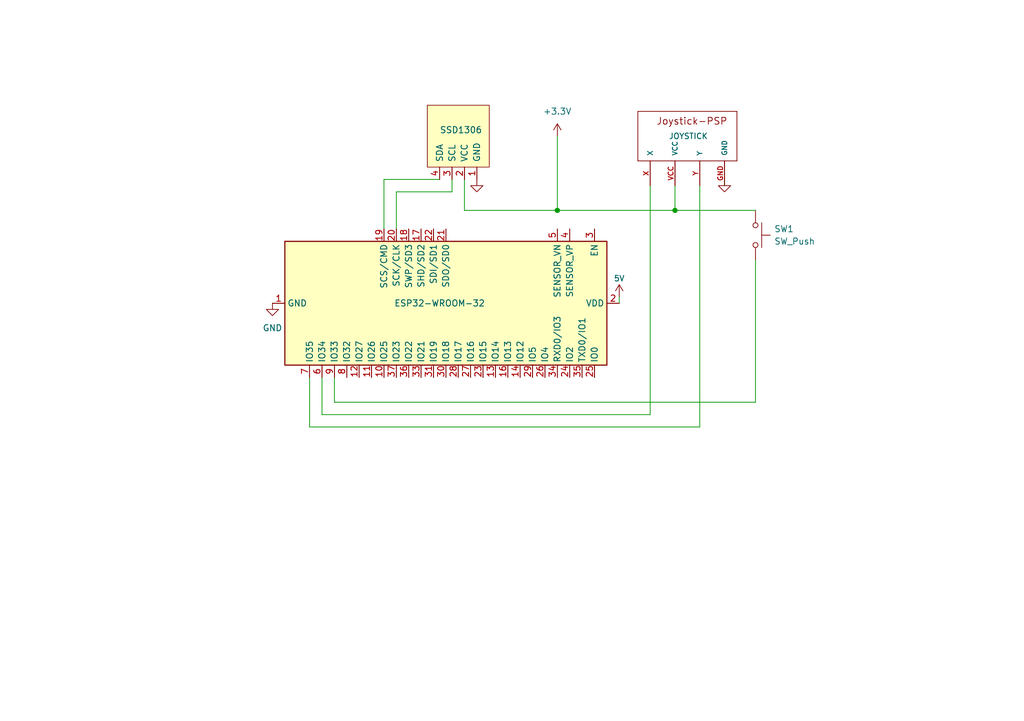
<source format=kicad_sch>
(kicad_sch (version 20230121) (generator eeschema)
  (paper "A5")
  (title_block (title "Controller") (date "2023-09-07"))
  (lib_symbols
    (symbol "RF_Module:ESP32-WROOM-32"
      (property "Reference" "U" (at -12.7 34.29 0))
      (property "Value" "ESP32-WROOM-32" (at 1.27 34.29 0))
      (symbol "ESP32-WROOM-32_0_1"
        (rectangle (start -12.7 33.02) (end 12.7 -33.02) (stroke (width 0.254)) (fill (type background)))
      )
      (symbol "ESP32-WROOM-32_1_1"
        (pin power_in line (at 0 -35.56 90) (length 2.54) (name "GND") (number "1"))
        (pin bidirectional line (at 15.24 -12.7 180) (length 2.54) (name "IO25") (number "10"))
        (pin bidirectional line (at 15.24 -15.24 180) (length 2.54) (name "IO26") (number "11"))
        (pin bidirectional line (at 15.24 -17.78 180) (length 2.54) (name "IO27") (number "12"))
        (pin bidirectional line (at 15.24 10.16 180) (length 2.54) (name "IO14") (number "13"))
        (pin bidirectional line (at 15.24 15.24 180) (length 2.54) (name "IO12") (number "14"))
        (pin passive line (at 0 -35.56 90) (length 2.54) hide (name "GND") (number "15"))
        (pin bidirectional line (at 15.24 12.7 180) (length 2.54) (name "IO13") (number "16"))
        (pin bidirectional line (at -15.24 -5.08 0) (length 2.54) (name "SHD/SD2") (number "17"))
        (pin bidirectional line (at -15.24 -7.62 0) (length 2.54) (name "SWP/SD3") (number "18"))
        (pin bidirectional line (at -15.24 -12.7 0) (length 2.54) (name "SCS/CMD") (number "19"))
        (pin power_in line (at 0 35.56 270) (length 2.54) (name "VDD") (number "2"))
        (pin bidirectional line (at -15.24 -10.16 0) (length 2.54) (name "SCK/CLK") (number "20"))
        (pin bidirectional line (at -15.24 0 0) (length 2.54) (name "SDO/SD0") (number "21"))
        (pin bidirectional line (at -15.24 -2.54 0) (length 2.54) (name "SDI/SD1") (number "22"))
        (pin bidirectional line (at 15.24 7.62 180) (length 2.54) (name "IO15") (number "23"))
        (pin bidirectional line (at 15.24 25.4 180) (length 2.54) (name "IO2") (number "24"))
        (pin bidirectional line (at 15.24 30.48 180) (length 2.54) (name "IO0") (number "25"))
        (pin bidirectional line (at 15.24 20.32 180) (length 2.54) (name "IO4") (number "26"))
        (pin bidirectional line (at 15.24 5.08 180) (length 2.54) (name "IO16") (number "27"))
        (pin bidirectional line (at 15.24 2.54 180) (length 2.54) (name "IO17") (number "28"))
        (pin bidirectional line (at 15.24 17.78 180) (length 2.54) (name "IO5") (number "29"))
        (pin input line (at -15.24 30.48 0) (length 2.54) (name "EN") (number "3"))
        (pin bidirectional line (at 15.24 0 180) (length 2.54) (name "IO18") (number "30"))
        (pin bidirectional line (at 15.24 -2.54 180) (length 2.54) (name "IO19") (number "31"))
        (pin no_connect line (at -12.7 -27.94 0) (length 2.54) hide (name "NC") (number "32"))
        (pin bidirectional line (at 15.24 -5.08 180) (length 2.54) (name "IO21") (number "33"))
        (pin bidirectional line (at 15.24 22.86 180) (length 2.54) (name "RXD0/IO3") (number "34"))
        (pin bidirectional line (at 15.24 27.94 180) (length 2.54) (name "TXD0/IO1") (number "35"))
        (pin bidirectional line (at 15.24 -7.62 180) (length 2.54) (name "IO22") (number "36"))
        (pin bidirectional line (at 15.24 -10.16 180) (length 2.54) (name "IO23") (number "37"))
        (pin passive line (at 0 -35.56 90) (length 2.54) hide (name "GND") (number "38"))
        (pin passive line (at 0 -35.56 90) (length 2.54) hide (name "GND") (number "39"))
        (pin input line (at -15.24 25.4 0) (length 2.54) (name "SENSOR_VP") (number "4"))
        (pin input line (at -15.24 22.86 0) (length 2.54) (name "SENSOR_VN") (number "5"))
        (pin input line (at 15.24 -25.4 180) (length 2.54) (name "IO34") (number "6"))
        (pin input line (at 15.24 -27.94 180) (length 2.54) (name "IO35") (number "7"))
        (pin bidirectional line (at 15.24 -20.32 180) (length 2.54) (name "IO32") (number "8"))
        (pin bidirectional line (at 15.24 -22.86 180) (length 2.54) (name "IO33") (number "9"))
      )
    )
    (symbol "SSD1306-128x64_OLED:SSD1306" (pin_names (offset 1.016))
      (property "Reference" "Brd" (at 0 -3.81 0))
      (property "Value" "SSD1306" (at 0 -1.27 0))
      (symbol "SSD1306_0_1"
        (rectangle (start -6.35 6.35) (end 6.35 -6.35) (fill (type background)))
      )
      (symbol "SSD1306_1_1"
        (pin input line (at -3.81 8.89 270) (length 2.54) (name "GND") (number "1"))
        (pin input line (at -1.27 8.89 270) (length 2.54) (name "VCC") (number "2"))
        (pin input line (at 1.27 8.89 270) (length 2.54) (name "SCL") (number "3"))
        (pin input line (at 3.81 8.89 270) (length 2.54) (name "SDA") (number "4"))
      )
    )
    (symbol "SparkFun-PowerSymbols:5V" (power) (pin_numbers hide) (pin_names (offset 1.016) hide)
      (property "Value" "5V" (at -1.27 3.81 0))
      (property "Footprint" "XXX-00000" (at 0 7.62 0))
      (symbol "5V_1_0"
        (polyline (pts (xy 0 0) (xy 0 2.54)))
        (polyline (pts (xy 0 2.54) (xy -0.762 1.27)))
        (polyline (pts (xy 0.762 1.27) (xy 0 2.54)))
      )
      (symbol "5V_1_1"
        (pin power_in line (at 0 0 90) (length 0) hide (name "5V") (number "~"))
      )
    )
    (symbol "SparkFun-Switches:JOYSTICK_SLIDE" (pin_names (offset 1.016))
      (property "Reference" "S" (at -5.08 13.97 0))
      (property "Value" "JOYSTICK_SLIDE" (at -5.08 -10.16 0))
      (property "Field4" "COM-09426" (at 0 17.78 0))
      (symbol "JOYSTICK_SLIDE_1_0"
        (polyline (pts (xy -5.08 -7.62) (xy 5.08 -7.62)))
        (polyline (pts (xy -5.08 12.7) (xy -5.08 -7.62)))
        (polyline (pts (xy 5.08 12.7) (xy -5.08 12.7)))
        (polyline (pts (xy 5.08 12.7) (xy 5.08 -7.62)))
        (text "Joystick-PSP" (at 3.0988 1.6002 900) (effects (font (size 1.4224 1.4224))))
      )
      (symbol "JOYSTICK_SLIDE_1_1"
        (pin bidirectional line (at -10.16 -5.08 0) (length 5.08) (name "GND") (number "GND"))
        (pin bidirectional line (at -10.16 5.08 0) (length 5.08) (name "VCC") (number "VCC"))
        (pin bidirectional line (at -10.16 10.16 0) (length 5.08) (name "X") (number "X"))
        (pin bidirectional line (at -10.16 0 0) (length 5.08) (name "Y") (number "Y"))
      )
    )
    (symbol "Switch:SW_Push" (pin_numbers hide) (pin_names (offset 1.016) hide)
      (property "Reference" "SW" (at 1.27 2.54 0))
      (property "Value" "SW_Push" (at 0 -1.524 0))
      (symbol "SW_Push_0_1"
        (circle (center -2.032 0) (radius 0.508))
        (polyline (pts (xy 0 1.27) (xy 0 3.048)))
        (polyline (pts (xy 2.54 1.27) (xy -2.54 1.27)))
        (circle (center 2.032 0) (radius 0.508))
        (pin passive line (at -5.08 0 0) (length 2.54) (name "1") (number "1"))
        (pin passive line (at 5.08 0 180) (length 2.54) (name "2") (number "2"))
      )
    )
    (symbol "power:+3.3V" (power) (pin_names (offset 0))
      (property "Value" "+3.3V" (at 0 3.556 0))
      (symbol "+3.3V_0_1"
        (polyline (pts (xy -0.762 1.27) (xy 0 2.54)))
        (polyline (pts (xy 0 0) (xy 0 2.54)))
        (polyline (pts (xy 0 2.54) (xy 0.762 1.27)))
      )
      (symbol "+3.3V_1_1"
        (pin power_in line (at 0 0 90) (length 0) hide (name "+3.3V") (number "1"))
      )
    )
    (symbol "power:GND" (power) (pin_names (offset 0))
      (property "Value" "GND" (at 0 -3.81 0))
      (symbol "GND_0_1"
        (polyline (pts (xy 0 0) (xy 0 -1.27) (xy 1.27 -1.27) (xy 0 -2.54) (xy -1.27 -1.27) (xy 0 -1.27)))
      )
      (symbol "GND_1_1"
        (pin power_in line (at 0 0 270) (length 0) hide (name "GND") (number "1"))
      )
    )
  )
  (junction (at 138.43 43.18))
  (junction (at 114.3 43.18))
  (wire (pts (xy 114.3 27.94) (xy 114.3 43.18)))
  (wire (pts (xy 95.25 43.18) (xy 114.3 43.18)))
  (wire (pts (xy 138.43 43.18) (xy 154.94 43.18)))
  (wire (pts (xy 68.58 82.55) (xy 68.58 77.47)))
  (wire (pts (xy 133.35 85.09) (xy 133.35 38.1)))
  (wire (pts (xy 148.59 36.83) (xy 148.59 38.1)))
  (wire (pts (xy 114.3 43.18) (xy 138.43 43.18)))
  (wire (pts (xy 154.94 53.34) (xy 154.94 82.55)))
  (wire (pts (xy 95.25 36.83) (xy 95.25 43.18)))
  (wire (pts (xy 81.28 39.37) (xy 81.28 46.99)))
  (wire (pts (xy 92.71 39.37) (xy 81.28 39.37)))
  (wire (pts (xy 154.94 82.55) (xy 68.58 82.55)))
  (wire (pts (xy 127 60.96) (xy 127 62.23)))
  (wire (pts (xy 66.04 85.09) (xy 133.35 85.09)))
  (wire (pts (xy 138.43 38.1) (xy 138.43 43.18)))
  (wire (pts (xy 63.5 87.63) (xy 63.5 77.47)))
  (wire (pts (xy 90.17 36.83) (xy 78.74 36.83)))
  (wire (pts (xy 63.5 87.63) (xy 143.51 87.63)))
  (wire (pts (xy 66.04 77.47) (xy 66.04 85.09)))
  (wire (pts (xy 143.51 87.63) (xy 143.51 38.1)))
  (wire (pts (xy 92.71 36.83) (xy 92.71 39.37)))
  (wire (pts (xy 78.74 36.83) (xy 78.74 46.99)))
  (symbol (lib_id "power:GND") (at 148.59 36.83 0) (unit 1)
    (property "Reference" "#PWR02" (effects hide))
    (property "Value" "GND" (effects hide))
  )
  (symbol (lib_id "Switch:SW_Push") (at 154.94 48.26 270) (unit 1)
    (property "Reference" "SW1" (at 158.75 46.99 90) (effects (justify left)))
    (property "Value" "SW_Push" (at 158.75 49.53 90) (effects (justify left)))
  )
  (symbol (lib_id "RF_Module:ESP32-WROOM-32") (at 91.44 62.23 270) (unit 1)
    (property "Reference" "U1" (effects hide))
    (property "Value" "ESP32-WROOM-32" (at 90.17 62.23 90))
    (property "Footprint" "RF_Module:ESP32-WROOM-32" (effects hide))
    (property "Datasheet" "https://www.espressif.com/sites/default/files/documentation/esp32-wroom-32_datasheet_en.pdf" (effects hide))
  )
  (symbol (lib_id "power:GND") (at 55.88 62.23 0) (unit 1)
    (property "Reference" "#PWR03" (effects hide))
    (property "Value" "GND" (at 55.88 67.31 0))
  )
  (symbol (lib_id "SSD1306-128x64_OLED:SSD1306") (at 93.98 27.94 180) (unit 1)
    (property "Reference" "Brd1" (effects hide))
    (property "Value" "SSD1306" (at 90.17 26.67 0) (effects (justify right)))
  )
  (symbol (lib_id "SparkFun-Switches:JOYSTICK_SLIDE") (at 143.51 27.94 90) (unit 1)
    (property "Reference" "S1" (effects hide))
    (property "Value" "JOYSTICK" (at 137.16 27.94 90) (effects (font (size 1.143 1.143)) (justify right)))
    (property "Footprint" "JOYSTICK-PSP1000" (effects hide))
    (property "a" "COM-09426" (effects hide))
  )
  (symbol (lib_id "power:+3.3V") (at 114.3 27.94 0) (unit 1)
    (property "Reference" "#PWR04" (effects hide))
    (property "Value" "+3.3V" (at 114.3 22.86 0))
  )
  (symbol (lib_id "SparkFun-PowerSymbols:5V") (at 127 60.96 0) (unit 1)
    (property "Reference" "#SUPPLY01" (effects hide))
    (property "Value" "5V" (at 127 57.15 0) (effects (font (size 1.143 1.143))))
    (property "Footprint" "XXX-00000" (effects hide))
  )
  (symbol (lib_id "power:GND") (at 97.79 36.83 0) (unit 1)
    (property "Reference" "#PWR01" (effects hide))
    (property "Value" "GND" (effects hide))
  )
)
</source>
